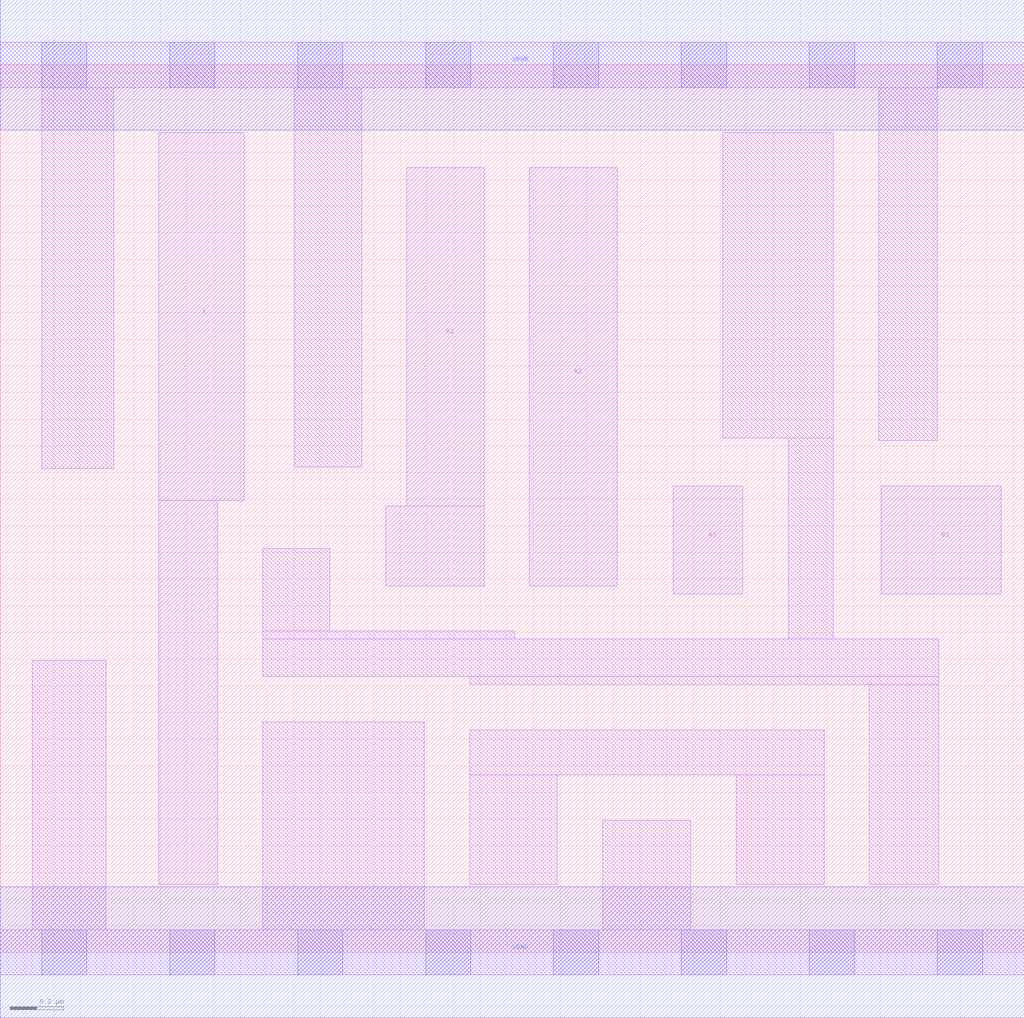
<source format=lef>
# Copyright 2020 The SkyWater PDK Authors
#
# Licensed under the Apache License, Version 2.0 (the "License");
# you may not use this file except in compliance with the License.
# You may obtain a copy of the License at
#
#     https://www.apache.org/licenses/LICENSE-2.0
#
# Unless required by applicable law or agreed to in writing, software
# distributed under the License is distributed on an "AS IS" BASIS,
# WITHOUT WARRANTIES OR CONDITIONS OF ANY KIND, either express or implied.
# See the License for the specific language governing permissions and
# limitations under the License.
#
# SPDX-License-Identifier: Apache-2.0

VERSION 5.7 ;
  NAMESCASESENSITIVE ON ;
  NOWIREEXTENSIONATPIN ON ;
  DIVIDERCHAR "/" ;
  BUSBITCHARS "[]" ;
UNITS
  DATABASE MICRONS 200 ;
END UNITS
MACRO sky130_fd_sc_lp__o31a_2
  CLASS CORE ;
  SOURCE USER ;
  FOREIGN sky130_fd_sc_lp__o31a_2 ;
  ORIGIN  0.000000  0.000000 ;
  SIZE  3.840000 BY  3.330000 ;
  SYMMETRY X Y R90 ;
  SITE unit ;
  PIN A1
    ANTENNAGATEAREA  0.315000 ;
    DIRECTION INPUT ;
    USE SIGNAL ;
    PORT
      LAYER li1 ;
        RECT 1.445000 1.375000 1.815000 1.675000 ;
        RECT 1.525000 1.675000 1.815000 2.945000 ;
    END
  END A1
  PIN A2
    ANTENNAGATEAREA  0.315000 ;
    DIRECTION INPUT ;
    USE SIGNAL ;
    PORT
      LAYER li1 ;
        RECT 1.985000 1.375000 2.315000 2.945000 ;
    END
  END A2
  PIN A3
    ANTENNAGATEAREA  0.315000 ;
    DIRECTION INPUT ;
    USE SIGNAL ;
    PORT
      LAYER li1 ;
        RECT 2.525000 1.345000 2.785000 1.750000 ;
    END
  END A3
  PIN B1
    ANTENNAGATEAREA  0.315000 ;
    DIRECTION INPUT ;
    USE SIGNAL ;
    PORT
      LAYER li1 ;
        RECT 3.305000 1.345000 3.755000 1.750000 ;
    END
  END B1
  PIN X
    ANTENNADIFFAREA  0.588000 ;
    DIRECTION OUTPUT ;
    USE SIGNAL ;
    PORT
      LAYER li1 ;
        RECT 0.595000 0.255000 0.815000 1.695000 ;
        RECT 0.595000 1.695000 0.915000 3.075000 ;
    END
  END X
  PIN VGND
    DIRECTION INOUT ;
    USE GROUND ;
    PORT
      LAYER met1 ;
        RECT 0.000000 -0.245000 3.840000 0.245000 ;
    END
  END VGND
  PIN VPWR
    DIRECTION INOUT ;
    USE POWER ;
    PORT
      LAYER met1 ;
        RECT 0.000000 3.085000 3.840000 3.575000 ;
    END
  END VPWR
  OBS
    LAYER li1 ;
      RECT 0.000000 -0.085000 3.840000 0.085000 ;
      RECT 0.000000  3.245000 3.840000 3.415000 ;
      RECT 0.120000  0.085000 0.395000 1.095000 ;
      RECT 0.155000  1.815000 0.425000 3.245000 ;
      RECT 0.985000  0.085000 1.590000 0.865000 ;
      RECT 0.985000  1.035000 3.520000 1.175000 ;
      RECT 0.985000  1.175000 1.930000 1.205000 ;
      RECT 0.985000  1.205000 1.235000 1.515000 ;
      RECT 1.105000  1.820000 1.355000 3.245000 ;
      RECT 1.760000  0.255000 2.090000 0.665000 ;
      RECT 1.760000  0.665000 3.090000 0.835000 ;
      RECT 1.760000  1.005000 3.520000 1.035000 ;
      RECT 2.260000  0.085000 2.590000 0.495000 ;
      RECT 2.710000  1.930000 3.125000 3.075000 ;
      RECT 2.760000  0.255000 3.090000 0.665000 ;
      RECT 2.955000  1.175000 3.125000 1.930000 ;
      RECT 3.260000  0.255000 3.520000 1.005000 ;
      RECT 3.295000  1.920000 3.515000 3.245000 ;
    LAYER mcon ;
      RECT 0.155000 -0.085000 0.325000 0.085000 ;
      RECT 0.155000  3.245000 0.325000 3.415000 ;
      RECT 0.635000 -0.085000 0.805000 0.085000 ;
      RECT 0.635000  3.245000 0.805000 3.415000 ;
      RECT 1.115000 -0.085000 1.285000 0.085000 ;
      RECT 1.115000  3.245000 1.285000 3.415000 ;
      RECT 1.595000 -0.085000 1.765000 0.085000 ;
      RECT 1.595000  3.245000 1.765000 3.415000 ;
      RECT 2.075000 -0.085000 2.245000 0.085000 ;
      RECT 2.075000  3.245000 2.245000 3.415000 ;
      RECT 2.555000 -0.085000 2.725000 0.085000 ;
      RECT 2.555000  3.245000 2.725000 3.415000 ;
      RECT 3.035000 -0.085000 3.205000 0.085000 ;
      RECT 3.035000  3.245000 3.205000 3.415000 ;
      RECT 3.515000 -0.085000 3.685000 0.085000 ;
      RECT 3.515000  3.245000 3.685000 3.415000 ;
  END
END sky130_fd_sc_lp__o31a_2
END LIBRARY

</source>
